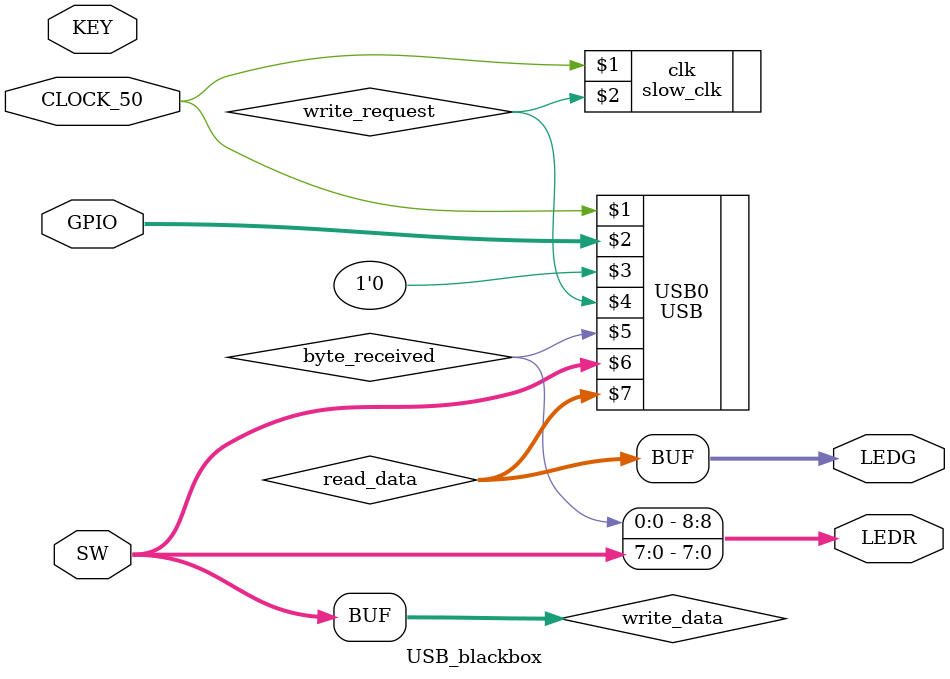
<source format=v>
module USB_blackbox(CLOCK_50,SW,GPIO,LEDR,LEDG,KEY);

input CLOCK_50;
input [7:0] SW;
input [0:0] KEY;

inout [35:0] GPIO;

output [8:0] LEDR;
output [7:0] LEDG;

wire [7:0] write_data;
wire [7:0] read_data;
wire byte_received;

wire write_request;
//wire write_request_dbncd;

assign write_data[7:0] = SW[7:0];
assign LEDR[7:0] = write_data[7:0];
assign LEDG[7:0] = read_data[7:0];
assign LEDR[8] = byte_received;

slow_clk clk(CLOCK_50,write_request);
//assign write_request = ~KEY;

USB USB0(CLOCK_50,GPIO[35:0],1'b0,write_request,byte_received,write_data,read_data);

endmodule 
</source>
